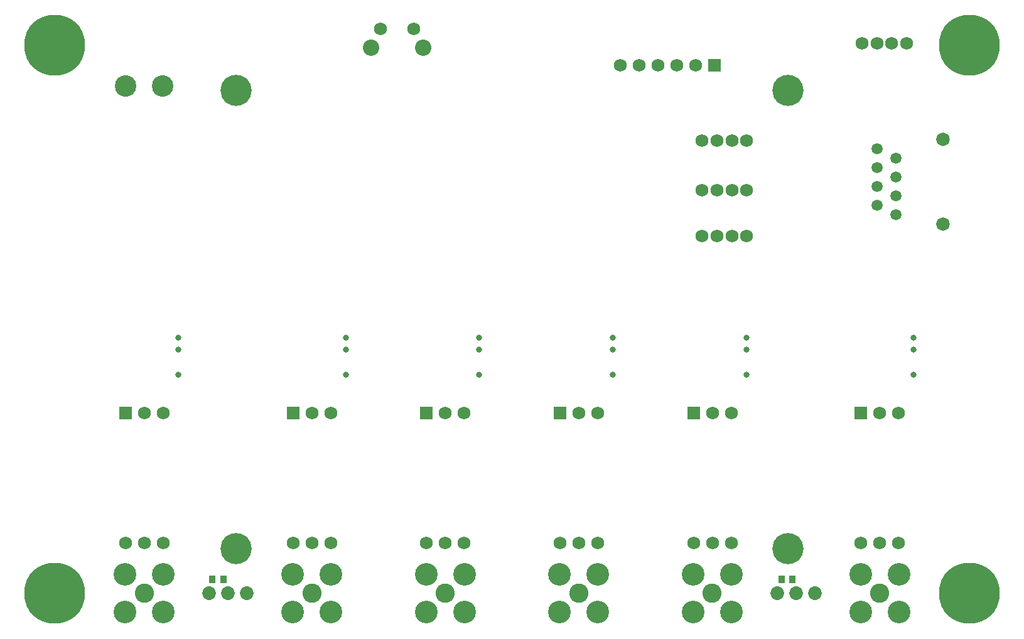
<source format=gbs>
G04*
G04 #@! TF.GenerationSoftware,Altium Limited,Altium Designer,19.0.10 (269)*
G04*
G04 Layer_Color=16711935*
%FSLAX25Y25*%
%MOIN*%
G70*
G01*
G75*
%ADD60R,0.03556X0.04343*%
%ADD90C,0.06800*%
%ADD91C,0.08674*%
%ADD92C,0.06902*%
%ADD93C,0.05930*%
%ADD94C,0.07198*%
%ADD95C,0.11430*%
%ADD96C,0.07296*%
%ADD97C,0.12020*%
%ADD98C,0.10249*%
%ADD99R,0.06800X0.06800*%
%ADD100C,0.16548*%
%ADD101C,0.32296*%
%ADD102C,0.03162*%
D60*
X143047Y-138000D02*
D03*
X148953D02*
D03*
X-153094Y-138000D02*
D03*
X-159000D02*
D03*
D90*
X124578Y95000D02*
D03*
X100956D02*
D03*
X108830D02*
D03*
X116704D02*
D03*
X124578Y68500D02*
D03*
X100956D02*
D03*
X108830D02*
D03*
X116704D02*
D03*
X209488Y146643D02*
D03*
X185866D02*
D03*
X193740D02*
D03*
X201614D02*
D03*
X124578Y44387D02*
D03*
X100956D02*
D03*
X108830D02*
D03*
X116704D02*
D03*
X45496Y-118723D02*
D03*
X35495D02*
D03*
X25495D02*
D03*
X45496Y-49826D02*
D03*
X35495D02*
D03*
X-25371Y-118723D02*
D03*
X-35371D02*
D03*
X-45371D02*
D03*
X-25371Y-49826D02*
D03*
X-35371D02*
D03*
X116424Y-118723D02*
D03*
X106424D02*
D03*
X96424D02*
D03*
X116424Y-49826D02*
D03*
X106424D02*
D03*
X-96174Y-118723D02*
D03*
X-106174D02*
D03*
X-116174D02*
D03*
X-96174Y-49826D02*
D03*
X-106174D02*
D03*
X195276D02*
D03*
X205276D02*
D03*
X185276Y-118723D02*
D03*
X195276D02*
D03*
X205276D02*
D03*
X-195276Y-49826D02*
D03*
X-185276D02*
D03*
X-205276Y-118723D02*
D03*
X-195276D02*
D03*
X-185276D02*
D03*
X57500Y135000D02*
D03*
X67500D02*
D03*
X77500D02*
D03*
X87500D02*
D03*
X97500D02*
D03*
D91*
X-74823Y144331D02*
D03*
X-47224D02*
D03*
D92*
X-69882Y154134D02*
D03*
X-52165D02*
D03*
D93*
X194000Y90780D02*
D03*
X204000Y85780D02*
D03*
X194000Y80779D02*
D03*
X204000Y75779D02*
D03*
X194000Y70780D02*
D03*
X204000Y65780D02*
D03*
X194000Y60780D02*
D03*
X204000Y55779D02*
D03*
D94*
X229000Y95780D02*
D03*
Y50779D02*
D03*
D95*
X-185405Y124016D02*
D03*
X-205090D02*
D03*
D96*
X-140850Y-145374D02*
D03*
X-150850D02*
D03*
X-160850D02*
D03*
X160850D02*
D03*
X150850D02*
D03*
X140850D02*
D03*
D97*
X25295Y-155512D02*
D03*
Y-135236D02*
D03*
X45571D02*
D03*
Y-155512D02*
D03*
X-45571D02*
D03*
Y-135236D02*
D03*
X-25295D02*
D03*
Y-155512D02*
D03*
X96161D02*
D03*
Y-135236D02*
D03*
X116437D02*
D03*
Y-155512D02*
D03*
X-116437D02*
D03*
Y-135236D02*
D03*
X-96161D02*
D03*
Y-155512D02*
D03*
X185138D02*
D03*
Y-135236D02*
D03*
X205413D02*
D03*
Y-155512D02*
D03*
X-205413D02*
D03*
Y-135236D02*
D03*
X-185138D02*
D03*
Y-155512D02*
D03*
D98*
X35433Y-145374D02*
D03*
X-35433D02*
D03*
X106299D02*
D03*
X-106299D02*
D03*
X195276D02*
D03*
X-195276D02*
D03*
D99*
X25495Y-49826D02*
D03*
X-45371D02*
D03*
X96424D02*
D03*
X-116174D02*
D03*
X185276D02*
D03*
X-205276D02*
D03*
X107500Y135000D02*
D03*
D100*
X146555Y-121653D02*
D03*
X-146555D02*
D03*
X146555Y121653D02*
D03*
X-146555D02*
D03*
D101*
X242717Y-145472D02*
D03*
Y145472D02*
D03*
X-242717D02*
D03*
Y-145472D02*
D03*
D102*
X-177295Y-29327D02*
D03*
Y-16203D02*
D03*
Y-9642D02*
D03*
X-88194Y-29327D02*
D03*
Y-16203D02*
D03*
Y-9642D02*
D03*
X-17390Y-29327D02*
D03*
Y-16203D02*
D03*
Y-9642D02*
D03*
X53476Y-29327D02*
D03*
Y-16203D02*
D03*
Y-9642D02*
D03*
X124404Y-29327D02*
D03*
Y-16203D02*
D03*
Y-9642D02*
D03*
X213256D02*
D03*
Y-16203D02*
D03*
Y-29327D02*
D03*
M02*

</source>
